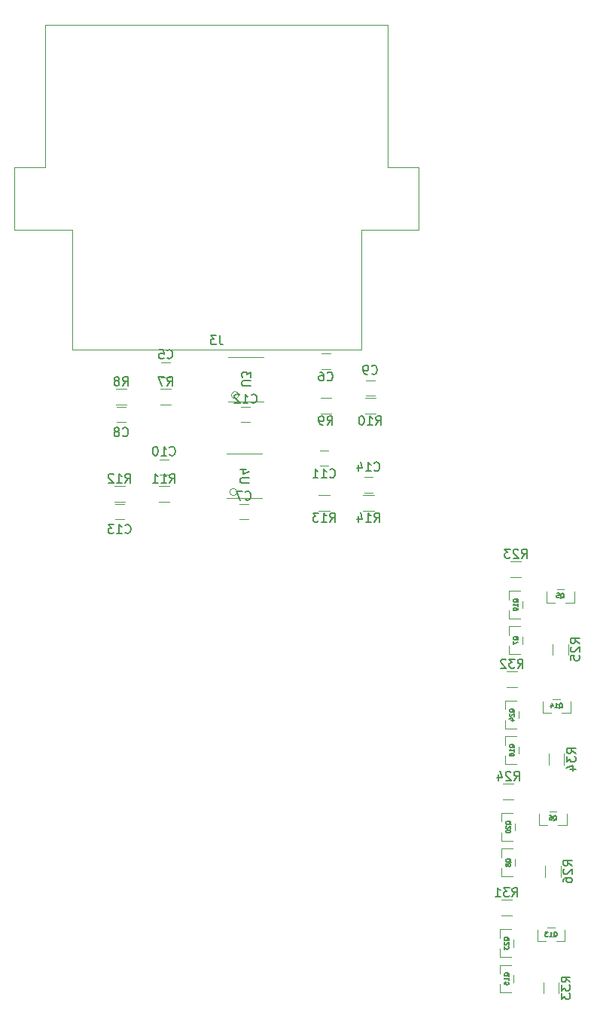
<source format=gbo>
G04 #@! TF.GenerationSoftware,KiCad,Pcbnew,(5.0.2)-1*
G04 #@! TF.CreationDate,2019-02-15T15:39:03+02:00*
G04 #@! TF.ProjectId,STM32_Shield,53544d33-325f-4536-9869-656c642e6b69,rev?*
G04 #@! TF.SameCoordinates,Original*
G04 #@! TF.FileFunction,Legend,Bot*
G04 #@! TF.FilePolarity,Positive*
%FSLAX46Y46*%
G04 Gerber Fmt 4.6, Leading zero omitted, Abs format (unit mm)*
G04 Created by KiCad (PCBNEW (5.0.2)-1) date 15-Feb-19 3:39:03 PM*
%MOMM*%
%LPD*%
G01*
G04 APERTURE LIST*
%ADD10C,0.050000*%
%ADD11C,0.120000*%
%ADD12C,0.150000*%
%ADD13C,0.127000*%
G04 APERTURE END LIST*
D10*
G04 #@! TO.C,J3*
X101750000Y-43250000D02*
X140250000Y-43250000D01*
X101750000Y-59250000D02*
X101750000Y-43250000D01*
X140250000Y-59250000D02*
X140250000Y-43250000D01*
X143750000Y-66250000D02*
X137250000Y-66250000D01*
X143750000Y-66250000D02*
X143750000Y-59250000D01*
X140250000Y-59250000D02*
X143750000Y-59250000D01*
X98250000Y-59250000D02*
X101750000Y-59250000D01*
X98250000Y-66250000D02*
X98250000Y-59250000D01*
X98250000Y-66250000D02*
X104750000Y-66250000D01*
X137250000Y-79750000D02*
X104750000Y-79750000D01*
X104750000Y-66250000D02*
X104750000Y-79750000D01*
X137250000Y-66250000D02*
X137250000Y-79750000D01*
D11*
G04 #@! TO.C,C5*
X115765140Y-82912592D02*
X114765140Y-82912592D01*
X114765140Y-81212592D02*
X115765140Y-81212592D01*
G04 #@! TO.C,C6*
X132765140Y-80212592D02*
X133765140Y-80212592D01*
X133765140Y-81912592D02*
X132765140Y-81912592D01*
G04 #@! TO.C,C7*
X124575871Y-98802085D02*
X123575871Y-98802085D01*
X123575871Y-97102085D02*
X124575871Y-97102085D01*
G04 #@! TO.C,C8*
X110765140Y-87912592D02*
X109765140Y-87912592D01*
X109765140Y-86212592D02*
X110765140Y-86212592D01*
G04 #@! TO.C,C9*
X137765140Y-83212592D02*
X138765140Y-83212592D01*
X138765140Y-84912592D02*
X137765140Y-84912592D01*
G04 #@! TO.C,C10*
X115575871Y-93802085D02*
X114575871Y-93802085D01*
X114575871Y-92102085D02*
X115575871Y-92102085D01*
G04 #@! TO.C,C11*
X132575871Y-91102085D02*
X133575871Y-91102085D01*
X133575871Y-92802085D02*
X132575871Y-92802085D01*
G04 #@! TO.C,C12*
X124765140Y-87912592D02*
X123765140Y-87912592D01*
X123765140Y-86212592D02*
X124765140Y-86212592D01*
G04 #@! TO.C,C13*
X110575871Y-98802085D02*
X109575871Y-98802085D01*
X109575871Y-97102085D02*
X110575871Y-97102085D01*
G04 #@! TO.C,C14*
X137575871Y-94102085D02*
X138575871Y-94102085D01*
X138575871Y-95802085D02*
X137575871Y-95802085D01*
D10*
G04 #@! TO.C,Q5*
X161206597Y-108169511D02*
X160246597Y-108169511D01*
X161206597Y-108169511D02*
X161206597Y-106919511D01*
X158086597Y-106919511D02*
X158086597Y-108169511D01*
X158086597Y-108169511D02*
X159046597Y-108169511D01*
X159246597Y-106669511D02*
X160046597Y-106669511D01*
G04 #@! TO.C,Q6*
X160370665Y-133140537D02*
X159410665Y-133140537D01*
X160370665Y-133140537D02*
X160370665Y-131890537D01*
X157250665Y-131890537D02*
X157250665Y-133140537D01*
X157250665Y-133140537D02*
X158210665Y-133140537D01*
X158410665Y-131640537D02*
X159210665Y-131640537D01*
G04 #@! TO.C,Q7*
X153896597Y-113979511D02*
X153896597Y-113019511D01*
X153896597Y-113979511D02*
X155146597Y-113979511D01*
X155146597Y-110859511D02*
X153896597Y-110859511D01*
X153896597Y-110859511D02*
X153896597Y-111819511D01*
X155396597Y-112019511D02*
X155396597Y-112819511D01*
G04 #@! TO.C,Q8*
X153060665Y-138950537D02*
X153060665Y-137990537D01*
X153060665Y-138950537D02*
X154310665Y-138950537D01*
X154310665Y-135830537D02*
X153060665Y-135830537D01*
X153060665Y-135830537D02*
X153060665Y-136790537D01*
X154560665Y-136990537D02*
X154560665Y-137790537D01*
G04 #@! TO.C,Q13*
X160162937Y-146202123D02*
X159202937Y-146202123D01*
X160162937Y-146202123D02*
X160162937Y-144952123D01*
X157042937Y-144952123D02*
X157042937Y-146202123D01*
X157042937Y-146202123D02*
X158002937Y-146202123D01*
X158202937Y-144702123D02*
X159002937Y-144702123D01*
G04 #@! TO.C,Q14*
X160770523Y-120525609D02*
X159810523Y-120525609D01*
X160770523Y-120525609D02*
X160770523Y-119275609D01*
X157650523Y-119275609D02*
X157650523Y-120525609D01*
X157650523Y-120525609D02*
X158610523Y-120525609D01*
X158810523Y-119025609D02*
X159610523Y-119025609D01*
G04 #@! TO.C,Q15*
X152852937Y-152012123D02*
X152852937Y-151052123D01*
X152852937Y-152012123D02*
X154102937Y-152012123D01*
X154102937Y-148892123D02*
X152852937Y-148892123D01*
X152852937Y-148892123D02*
X152852937Y-149852123D01*
X154352937Y-150052123D02*
X154352937Y-150852123D01*
G04 #@! TO.C,Q16*
X153460523Y-126335609D02*
X153460523Y-125375609D01*
X153460523Y-126335609D02*
X154710523Y-126335609D01*
X154710523Y-123215609D02*
X153460523Y-123215609D01*
X153460523Y-123215609D02*
X153460523Y-124175609D01*
X154960523Y-124375609D02*
X154960523Y-125175609D01*
D11*
G04 #@! TO.C,R7*
X115865140Y-84182592D02*
X114665140Y-84182592D01*
X114665140Y-85942592D02*
X115865140Y-85942592D01*
G04 #@! TO.C,R8*
X110865140Y-84182592D02*
X109665140Y-84182592D01*
X109665140Y-85942592D02*
X110865140Y-85942592D01*
G04 #@! TO.C,R9*
X132665140Y-86942592D02*
X133865140Y-86942592D01*
X133865140Y-85182592D02*
X132665140Y-85182592D01*
G04 #@! TO.C,R10*
X137665140Y-86942592D02*
X138865140Y-86942592D01*
X138865140Y-85182592D02*
X137665140Y-85182592D01*
G04 #@! TO.C,R11*
X115675871Y-95072085D02*
X114475871Y-95072085D01*
X114475871Y-96832085D02*
X115675871Y-96832085D01*
G04 #@! TO.C,R12*
X110675871Y-95072085D02*
X109475871Y-95072085D01*
X109475871Y-96832085D02*
X110675871Y-96832085D01*
G04 #@! TO.C,R13*
X132475871Y-97832085D02*
X133675871Y-97832085D01*
X133675871Y-96072085D02*
X132475871Y-96072085D01*
G04 #@! TO.C,R14*
X137475871Y-97832085D02*
X138675871Y-97832085D01*
X138675871Y-96072085D02*
X137475871Y-96072085D01*
G04 #@! TO.C,R23*
X155246597Y-103539511D02*
X154046597Y-103539511D01*
X154046597Y-105299511D02*
X155246597Y-105299511D01*
G04 #@! TO.C,R24*
X154410665Y-128510537D02*
X153210665Y-128510537D01*
X153210665Y-130270537D02*
X154410665Y-130270537D01*
G04 #@! TO.C,R25*
X160526597Y-114019511D02*
X160526597Y-112819511D01*
X158766597Y-112819511D02*
X158766597Y-114019511D01*
G04 #@! TO.C,R26*
X159690665Y-138990537D02*
X159690665Y-137790537D01*
X157930665Y-137790537D02*
X157930665Y-138990537D01*
G04 #@! TO.C,R31*
X154202937Y-141572123D02*
X153002937Y-141572123D01*
X153002937Y-143332123D02*
X154202937Y-143332123D01*
G04 #@! TO.C,R32*
X154810523Y-115895609D02*
X153610523Y-115895609D01*
X153610523Y-117655609D02*
X154810523Y-117655609D01*
G04 #@! TO.C,R33*
X159482937Y-152052123D02*
X159482937Y-150852123D01*
X157722937Y-150852123D02*
X157722937Y-152052123D01*
G04 #@! TO.C,R34*
X160090523Y-126375609D02*
X160090523Y-125175609D01*
X158330523Y-125175609D02*
X158330523Y-126375609D01*
D10*
G04 #@! TO.C,U3*
X122265140Y-85562592D02*
X126265140Y-85562592D01*
X122265140Y-80562592D02*
X126265140Y-80562592D01*
X123465140Y-84862592D02*
G75*
G03X123465140Y-84862592I-400000J0D01*
G01*
G04 #@! TO.C,U4*
X122075871Y-96452085D02*
X126075871Y-96452085D01*
X122075871Y-91452085D02*
X126075871Y-91452085D01*
X123275871Y-95752085D02*
G75*
G03X123275871Y-95752085I-400000J0D01*
G01*
G04 #@! TO.C,Q19*
X153896597Y-109979511D02*
X153896597Y-109019511D01*
X153896597Y-109979511D02*
X155146597Y-109979511D01*
X155146597Y-106859511D02*
X153896597Y-106859511D01*
X153896597Y-106859511D02*
X153896597Y-107819511D01*
X155396597Y-108019511D02*
X155396597Y-108819511D01*
G04 #@! TO.C,Q20*
X153060665Y-134950537D02*
X153060665Y-133990537D01*
X153060665Y-134950537D02*
X154310665Y-134950537D01*
X154310665Y-131830537D02*
X153060665Y-131830537D01*
X153060665Y-131830537D02*
X153060665Y-132790537D01*
X154560665Y-132990537D02*
X154560665Y-133790537D01*
G04 #@! TO.C,Q23*
X152852937Y-148012123D02*
X152852937Y-147052123D01*
X152852937Y-148012123D02*
X154102937Y-148012123D01*
X154102937Y-144892123D02*
X152852937Y-144892123D01*
X152852937Y-144892123D02*
X152852937Y-145852123D01*
X154352937Y-146052123D02*
X154352937Y-146852123D01*
G04 #@! TO.C,Q24*
X153460523Y-122335609D02*
X153460523Y-121375609D01*
X153460523Y-122335609D02*
X154710523Y-122335609D01*
X154710523Y-119215609D02*
X153460523Y-119215609D01*
X153460523Y-119215609D02*
X153460523Y-120175609D01*
X154960523Y-120375609D02*
X154960523Y-121175609D01*
G04 #@! TO.C,J3*
D12*
X121333333Y-78167380D02*
X121333333Y-78881666D01*
X121380952Y-79024523D01*
X121476190Y-79119761D01*
X121619047Y-79167380D01*
X121714285Y-79167380D01*
X120952380Y-78167380D02*
X120333333Y-78167380D01*
X120666666Y-78548333D01*
X120523809Y-78548333D01*
X120428571Y-78595952D01*
X120380952Y-78643571D01*
X120333333Y-78738809D01*
X120333333Y-78976904D01*
X120380952Y-79072142D01*
X120428571Y-79119761D01*
X120523809Y-79167380D01*
X120809523Y-79167380D01*
X120904761Y-79119761D01*
X120952380Y-79072142D01*
G04 #@! TO.C,C5*
X115431806Y-80669734D02*
X115479425Y-80717353D01*
X115622282Y-80764972D01*
X115717520Y-80764972D01*
X115860378Y-80717353D01*
X115955616Y-80622115D01*
X116003235Y-80526877D01*
X116050854Y-80336401D01*
X116050854Y-80193544D01*
X116003235Y-80003068D01*
X115955616Y-79907830D01*
X115860378Y-79812592D01*
X115717520Y-79764972D01*
X115622282Y-79764972D01*
X115479425Y-79812592D01*
X115431806Y-79860211D01*
X114527044Y-79764972D02*
X115003235Y-79764972D01*
X115050854Y-80241163D01*
X115003235Y-80193544D01*
X114907997Y-80145925D01*
X114669901Y-80145925D01*
X114574663Y-80193544D01*
X114527044Y-80241163D01*
X114479425Y-80336401D01*
X114479425Y-80574496D01*
X114527044Y-80669734D01*
X114574663Y-80717353D01*
X114669901Y-80764972D01*
X114907997Y-80764972D01*
X115003235Y-80717353D01*
X115050854Y-80669734D01*
G04 #@! TO.C,C6*
X133431806Y-83169734D02*
X133479425Y-83217353D01*
X133622282Y-83264972D01*
X133717520Y-83264972D01*
X133860378Y-83217353D01*
X133955616Y-83122115D01*
X134003235Y-83026877D01*
X134050854Y-82836401D01*
X134050854Y-82693544D01*
X134003235Y-82503068D01*
X133955616Y-82407830D01*
X133860378Y-82312592D01*
X133717520Y-82264972D01*
X133622282Y-82264972D01*
X133479425Y-82312592D01*
X133431806Y-82360211D01*
X132574663Y-82264972D02*
X132765140Y-82264972D01*
X132860378Y-82312592D01*
X132907997Y-82360211D01*
X133003235Y-82503068D01*
X133050854Y-82693544D01*
X133050854Y-83074496D01*
X133003235Y-83169734D01*
X132955616Y-83217353D01*
X132860378Y-83264972D01*
X132669901Y-83264972D01*
X132574663Y-83217353D01*
X132527044Y-83169734D01*
X132479425Y-83074496D01*
X132479425Y-82836401D01*
X132527044Y-82741163D01*
X132574663Y-82693544D01*
X132669901Y-82645925D01*
X132860378Y-82645925D01*
X132955616Y-82693544D01*
X133003235Y-82741163D01*
X133050854Y-82836401D01*
G04 #@! TO.C,C7*
X124242537Y-96559227D02*
X124290156Y-96606846D01*
X124433013Y-96654465D01*
X124528251Y-96654465D01*
X124671109Y-96606846D01*
X124766347Y-96511608D01*
X124813966Y-96416370D01*
X124861585Y-96225894D01*
X124861585Y-96083037D01*
X124813966Y-95892561D01*
X124766347Y-95797323D01*
X124671109Y-95702085D01*
X124528251Y-95654465D01*
X124433013Y-95654465D01*
X124290156Y-95702085D01*
X124242537Y-95749704D01*
X123909204Y-95654465D02*
X123242537Y-95654465D01*
X123671109Y-96654465D01*
G04 #@! TO.C,C8*
X110431806Y-89419734D02*
X110479425Y-89467353D01*
X110622282Y-89514972D01*
X110717520Y-89514972D01*
X110860378Y-89467353D01*
X110955616Y-89372115D01*
X111003235Y-89276877D01*
X111050854Y-89086401D01*
X111050854Y-88943544D01*
X111003235Y-88753068D01*
X110955616Y-88657830D01*
X110860378Y-88562592D01*
X110717520Y-88514972D01*
X110622282Y-88514972D01*
X110479425Y-88562592D01*
X110431806Y-88610211D01*
X109860378Y-88943544D02*
X109955616Y-88895925D01*
X110003235Y-88848306D01*
X110050854Y-88753068D01*
X110050854Y-88705449D01*
X110003235Y-88610211D01*
X109955616Y-88562592D01*
X109860378Y-88514972D01*
X109669901Y-88514972D01*
X109574663Y-88562592D01*
X109527044Y-88610211D01*
X109479425Y-88705449D01*
X109479425Y-88753068D01*
X109527044Y-88848306D01*
X109574663Y-88895925D01*
X109669901Y-88943544D01*
X109860378Y-88943544D01*
X109955616Y-88991163D01*
X110003235Y-89038782D01*
X110050854Y-89134020D01*
X110050854Y-89324496D01*
X110003235Y-89419734D01*
X109955616Y-89467353D01*
X109860378Y-89514972D01*
X109669901Y-89514972D01*
X109574663Y-89467353D01*
X109527044Y-89419734D01*
X109479425Y-89324496D01*
X109479425Y-89134020D01*
X109527044Y-89038782D01*
X109574663Y-88991163D01*
X109669901Y-88943544D01*
G04 #@! TO.C,C9*
X138431806Y-82419734D02*
X138479425Y-82467353D01*
X138622282Y-82514972D01*
X138717520Y-82514972D01*
X138860378Y-82467353D01*
X138955616Y-82372115D01*
X139003235Y-82276877D01*
X139050854Y-82086401D01*
X139050854Y-81943544D01*
X139003235Y-81753068D01*
X138955616Y-81657830D01*
X138860378Y-81562592D01*
X138717520Y-81514972D01*
X138622282Y-81514972D01*
X138479425Y-81562592D01*
X138431806Y-81610211D01*
X137955616Y-82514972D02*
X137765140Y-82514972D01*
X137669901Y-82467353D01*
X137622282Y-82419734D01*
X137527044Y-82276877D01*
X137479425Y-82086401D01*
X137479425Y-81705449D01*
X137527044Y-81610211D01*
X137574663Y-81562592D01*
X137669901Y-81514972D01*
X137860378Y-81514972D01*
X137955616Y-81562592D01*
X138003235Y-81610211D01*
X138050854Y-81705449D01*
X138050854Y-81943544D01*
X138003235Y-82038782D01*
X137955616Y-82086401D01*
X137860378Y-82134020D01*
X137669901Y-82134020D01*
X137574663Y-82086401D01*
X137527044Y-82038782D01*
X137479425Y-81943544D01*
G04 #@! TO.C,C10*
X115718728Y-91559227D02*
X115766347Y-91606846D01*
X115909204Y-91654465D01*
X116004442Y-91654465D01*
X116147299Y-91606846D01*
X116242537Y-91511608D01*
X116290156Y-91416370D01*
X116337775Y-91225894D01*
X116337775Y-91083037D01*
X116290156Y-90892561D01*
X116242537Y-90797323D01*
X116147299Y-90702085D01*
X116004442Y-90654465D01*
X115909204Y-90654465D01*
X115766347Y-90702085D01*
X115718728Y-90749704D01*
X114766347Y-91654465D02*
X115337775Y-91654465D01*
X115052061Y-91654465D02*
X115052061Y-90654465D01*
X115147299Y-90797323D01*
X115242537Y-90892561D01*
X115337775Y-90940180D01*
X114147299Y-90654465D02*
X114052061Y-90654465D01*
X113956823Y-90702085D01*
X113909204Y-90749704D01*
X113861585Y-90844942D01*
X113813966Y-91035418D01*
X113813966Y-91273513D01*
X113861585Y-91463989D01*
X113909204Y-91559227D01*
X113956823Y-91606846D01*
X114052061Y-91654465D01*
X114147299Y-91654465D01*
X114242537Y-91606846D01*
X114290156Y-91559227D01*
X114337775Y-91463989D01*
X114385394Y-91273513D01*
X114385394Y-91035418D01*
X114337775Y-90844942D01*
X114290156Y-90749704D01*
X114242537Y-90702085D01*
X114147299Y-90654465D01*
G04 #@! TO.C,C11*
X133718728Y-94059227D02*
X133766347Y-94106846D01*
X133909204Y-94154465D01*
X134004442Y-94154465D01*
X134147299Y-94106846D01*
X134242537Y-94011608D01*
X134290156Y-93916370D01*
X134337775Y-93725894D01*
X134337775Y-93583037D01*
X134290156Y-93392561D01*
X134242537Y-93297323D01*
X134147299Y-93202085D01*
X134004442Y-93154465D01*
X133909204Y-93154465D01*
X133766347Y-93202085D01*
X133718728Y-93249704D01*
X132766347Y-94154465D02*
X133337775Y-94154465D01*
X133052061Y-94154465D02*
X133052061Y-93154465D01*
X133147299Y-93297323D01*
X133242537Y-93392561D01*
X133337775Y-93440180D01*
X131813966Y-94154465D02*
X132385394Y-94154465D01*
X132099680Y-94154465D02*
X132099680Y-93154465D01*
X132194918Y-93297323D01*
X132290156Y-93392561D01*
X132385394Y-93440180D01*
G04 #@! TO.C,C12*
X124907997Y-85669734D02*
X124955616Y-85717353D01*
X125098473Y-85764972D01*
X125193711Y-85764972D01*
X125336568Y-85717353D01*
X125431806Y-85622115D01*
X125479425Y-85526877D01*
X125527044Y-85336401D01*
X125527044Y-85193544D01*
X125479425Y-85003068D01*
X125431806Y-84907830D01*
X125336568Y-84812592D01*
X125193711Y-84764972D01*
X125098473Y-84764972D01*
X124955616Y-84812592D01*
X124907997Y-84860211D01*
X123955616Y-85764972D02*
X124527044Y-85764972D01*
X124241330Y-85764972D02*
X124241330Y-84764972D01*
X124336568Y-84907830D01*
X124431806Y-85003068D01*
X124527044Y-85050687D01*
X123574663Y-84860211D02*
X123527044Y-84812592D01*
X123431806Y-84764972D01*
X123193711Y-84764972D01*
X123098473Y-84812592D01*
X123050854Y-84860211D01*
X123003235Y-84955449D01*
X123003235Y-85050687D01*
X123050854Y-85193544D01*
X123622282Y-85764972D01*
X123003235Y-85764972D01*
G04 #@! TO.C,C13*
X110718728Y-100309227D02*
X110766347Y-100356846D01*
X110909204Y-100404465D01*
X111004442Y-100404465D01*
X111147299Y-100356846D01*
X111242537Y-100261608D01*
X111290156Y-100166370D01*
X111337775Y-99975894D01*
X111337775Y-99833037D01*
X111290156Y-99642561D01*
X111242537Y-99547323D01*
X111147299Y-99452085D01*
X111004442Y-99404465D01*
X110909204Y-99404465D01*
X110766347Y-99452085D01*
X110718728Y-99499704D01*
X109766347Y-100404465D02*
X110337775Y-100404465D01*
X110052061Y-100404465D02*
X110052061Y-99404465D01*
X110147299Y-99547323D01*
X110242537Y-99642561D01*
X110337775Y-99690180D01*
X109433013Y-99404465D02*
X108813966Y-99404465D01*
X109147299Y-99785418D01*
X109004442Y-99785418D01*
X108909204Y-99833037D01*
X108861585Y-99880656D01*
X108813966Y-99975894D01*
X108813966Y-100213989D01*
X108861585Y-100309227D01*
X108909204Y-100356846D01*
X109004442Y-100404465D01*
X109290156Y-100404465D01*
X109385394Y-100356846D01*
X109433013Y-100309227D01*
G04 #@! TO.C,C14*
X138718728Y-93309227D02*
X138766347Y-93356846D01*
X138909204Y-93404465D01*
X139004442Y-93404465D01*
X139147299Y-93356846D01*
X139242537Y-93261608D01*
X139290156Y-93166370D01*
X139337775Y-92975894D01*
X139337775Y-92833037D01*
X139290156Y-92642561D01*
X139242537Y-92547323D01*
X139147299Y-92452085D01*
X139004442Y-92404465D01*
X138909204Y-92404465D01*
X138766347Y-92452085D01*
X138718728Y-92499704D01*
X137766347Y-93404465D02*
X138337775Y-93404465D01*
X138052061Y-93404465D02*
X138052061Y-92404465D01*
X138147299Y-92547323D01*
X138242537Y-92642561D01*
X138337775Y-92690180D01*
X136909204Y-92737799D02*
X136909204Y-93404465D01*
X137147299Y-92356846D02*
X137385394Y-93071132D01*
X136766347Y-93071132D01*
G04 #@! TO.C,Q5*
D13*
X159694977Y-107697701D02*
X159743358Y-107673511D01*
X159791739Y-107625130D01*
X159864311Y-107552558D01*
X159912692Y-107528368D01*
X159961073Y-107528368D01*
X159936882Y-107649320D02*
X159985263Y-107625130D01*
X160033644Y-107576749D01*
X160057835Y-107479987D01*
X160057835Y-107310653D01*
X160033644Y-107213891D01*
X159985263Y-107165511D01*
X159936882Y-107141320D01*
X159840120Y-107141320D01*
X159791739Y-107165511D01*
X159743358Y-107213891D01*
X159719168Y-107310653D01*
X159719168Y-107479987D01*
X159743358Y-107576749D01*
X159791739Y-107625130D01*
X159840120Y-107649320D01*
X159936882Y-107649320D01*
X159259549Y-107141320D02*
X159501454Y-107141320D01*
X159525644Y-107383225D01*
X159501454Y-107359034D01*
X159453073Y-107334844D01*
X159332120Y-107334844D01*
X159283739Y-107359034D01*
X159259549Y-107383225D01*
X159235358Y-107431606D01*
X159235358Y-107552558D01*
X159259549Y-107600939D01*
X159283739Y-107625130D01*
X159332120Y-107649320D01*
X159453073Y-107649320D01*
X159501454Y-107625130D01*
X159525644Y-107600939D01*
G04 #@! TO.C,Q6*
X158859045Y-132668727D02*
X158907426Y-132644537D01*
X158955807Y-132596156D01*
X159028379Y-132523584D01*
X159076760Y-132499394D01*
X159125141Y-132499394D01*
X159100950Y-132620346D02*
X159149331Y-132596156D01*
X159197712Y-132547775D01*
X159221903Y-132451013D01*
X159221903Y-132281679D01*
X159197712Y-132184917D01*
X159149331Y-132136537D01*
X159100950Y-132112346D01*
X159004188Y-132112346D01*
X158955807Y-132136537D01*
X158907426Y-132184917D01*
X158883236Y-132281679D01*
X158883236Y-132451013D01*
X158907426Y-132547775D01*
X158955807Y-132596156D01*
X159004188Y-132620346D01*
X159100950Y-132620346D01*
X158447807Y-132112346D02*
X158544569Y-132112346D01*
X158592950Y-132136537D01*
X158617141Y-132160727D01*
X158665522Y-132233298D01*
X158689712Y-132330060D01*
X158689712Y-132523584D01*
X158665522Y-132571965D01*
X158641331Y-132596156D01*
X158592950Y-132620346D01*
X158496188Y-132620346D01*
X158447807Y-132596156D01*
X158423617Y-132571965D01*
X158399426Y-132523584D01*
X158399426Y-132402632D01*
X158423617Y-132354251D01*
X158447807Y-132330060D01*
X158496188Y-132305870D01*
X158592950Y-132305870D01*
X158641331Y-132330060D01*
X158665522Y-132354251D01*
X158689712Y-132402632D01*
G04 #@! TO.C,Q7*
X154924787Y-112371130D02*
X154900597Y-112322749D01*
X154852216Y-112274368D01*
X154779644Y-112201796D01*
X154755454Y-112153415D01*
X154755454Y-112105034D01*
X154876406Y-112129225D02*
X154852216Y-112080844D01*
X154803835Y-112032463D01*
X154707073Y-112008272D01*
X154537739Y-112008272D01*
X154440977Y-112032463D01*
X154392597Y-112080844D01*
X154368406Y-112129225D01*
X154368406Y-112225987D01*
X154392597Y-112274368D01*
X154440977Y-112322749D01*
X154537739Y-112346939D01*
X154707073Y-112346939D01*
X154803835Y-112322749D01*
X154852216Y-112274368D01*
X154876406Y-112225987D01*
X154876406Y-112129225D01*
X154368406Y-112516272D02*
X154368406Y-112854939D01*
X154876406Y-112637225D01*
G04 #@! TO.C,Q8*
X154088855Y-137342156D02*
X154064665Y-137293775D01*
X154016284Y-137245394D01*
X153943712Y-137172822D01*
X153919522Y-137124441D01*
X153919522Y-137076060D01*
X154040474Y-137100251D02*
X154016284Y-137051870D01*
X153967903Y-137003489D01*
X153871141Y-136979298D01*
X153701807Y-136979298D01*
X153605045Y-137003489D01*
X153556665Y-137051870D01*
X153532474Y-137100251D01*
X153532474Y-137197013D01*
X153556665Y-137245394D01*
X153605045Y-137293775D01*
X153701807Y-137317965D01*
X153871141Y-137317965D01*
X153967903Y-137293775D01*
X154016284Y-137245394D01*
X154040474Y-137197013D01*
X154040474Y-137100251D01*
X153750188Y-137608251D02*
X153725998Y-137559870D01*
X153701807Y-137535679D01*
X153653426Y-137511489D01*
X153629236Y-137511489D01*
X153580855Y-137535679D01*
X153556665Y-137559870D01*
X153532474Y-137608251D01*
X153532474Y-137705013D01*
X153556665Y-137753394D01*
X153580855Y-137777584D01*
X153629236Y-137801775D01*
X153653426Y-137801775D01*
X153701807Y-137777584D01*
X153725998Y-137753394D01*
X153750188Y-137705013D01*
X153750188Y-137608251D01*
X153774379Y-137559870D01*
X153798569Y-137535679D01*
X153846950Y-137511489D01*
X153943712Y-137511489D01*
X153992093Y-137535679D01*
X154016284Y-137559870D01*
X154040474Y-137608251D01*
X154040474Y-137705013D01*
X154016284Y-137753394D01*
X153992093Y-137777584D01*
X153943712Y-137801775D01*
X153846950Y-137801775D01*
X153798569Y-137777584D01*
X153774379Y-137753394D01*
X153750188Y-137705013D01*
G04 #@! TO.C,Q13*
X158893222Y-145730313D02*
X158941603Y-145706123D01*
X158989984Y-145657742D01*
X159062556Y-145585170D01*
X159110937Y-145560980D01*
X159159317Y-145560980D01*
X159135127Y-145681932D02*
X159183508Y-145657742D01*
X159231889Y-145609361D01*
X159256079Y-145512599D01*
X159256079Y-145343265D01*
X159231889Y-145246503D01*
X159183508Y-145198123D01*
X159135127Y-145173932D01*
X159038365Y-145173932D01*
X158989984Y-145198123D01*
X158941603Y-145246503D01*
X158917413Y-145343265D01*
X158917413Y-145512599D01*
X158941603Y-145609361D01*
X158989984Y-145657742D01*
X159038365Y-145681932D01*
X159135127Y-145681932D01*
X158433603Y-145681932D02*
X158723889Y-145681932D01*
X158578746Y-145681932D02*
X158578746Y-145173932D01*
X158627127Y-145246503D01*
X158675508Y-145294884D01*
X158723889Y-145319075D01*
X158264270Y-145173932D02*
X157949794Y-145173932D01*
X158119127Y-145367456D01*
X158046556Y-145367456D01*
X157998175Y-145391646D01*
X157973984Y-145415837D01*
X157949794Y-145464218D01*
X157949794Y-145585170D01*
X157973984Y-145633551D01*
X157998175Y-145657742D01*
X158046556Y-145681932D01*
X158191698Y-145681932D01*
X158240079Y-145657742D01*
X158264270Y-145633551D01*
G04 #@! TO.C,Q14*
X159500808Y-120053799D02*
X159549189Y-120029609D01*
X159597570Y-119981228D01*
X159670142Y-119908656D01*
X159718523Y-119884466D01*
X159766903Y-119884466D01*
X159742713Y-120005418D02*
X159791094Y-119981228D01*
X159839475Y-119932847D01*
X159863665Y-119836085D01*
X159863665Y-119666751D01*
X159839475Y-119569989D01*
X159791094Y-119521609D01*
X159742713Y-119497418D01*
X159645951Y-119497418D01*
X159597570Y-119521609D01*
X159549189Y-119569989D01*
X159524999Y-119666751D01*
X159524999Y-119836085D01*
X159549189Y-119932847D01*
X159597570Y-119981228D01*
X159645951Y-120005418D01*
X159742713Y-120005418D01*
X159041189Y-120005418D02*
X159331475Y-120005418D01*
X159186332Y-120005418D02*
X159186332Y-119497418D01*
X159234713Y-119569989D01*
X159283094Y-119618370D01*
X159331475Y-119642561D01*
X158605761Y-119666751D02*
X158605761Y-120005418D01*
X158726713Y-119473228D02*
X158847665Y-119836085D01*
X158533189Y-119836085D01*
G04 #@! TO.C,Q15*
X153881127Y-150161837D02*
X153856937Y-150113456D01*
X153808556Y-150065075D01*
X153735984Y-149992503D01*
X153711794Y-149944123D01*
X153711794Y-149895742D01*
X153832746Y-149919932D02*
X153808556Y-149871551D01*
X153760175Y-149823170D01*
X153663413Y-149798980D01*
X153494079Y-149798980D01*
X153397317Y-149823170D01*
X153348937Y-149871551D01*
X153324746Y-149919932D01*
X153324746Y-150016694D01*
X153348937Y-150065075D01*
X153397317Y-150113456D01*
X153494079Y-150137646D01*
X153663413Y-150137646D01*
X153760175Y-150113456D01*
X153808556Y-150065075D01*
X153832746Y-150016694D01*
X153832746Y-149919932D01*
X153832746Y-150621456D02*
X153832746Y-150331170D01*
X153832746Y-150476313D02*
X153324746Y-150476313D01*
X153397317Y-150427932D01*
X153445698Y-150379551D01*
X153469889Y-150331170D01*
X153324746Y-151081075D02*
X153324746Y-150839170D01*
X153566651Y-150814980D01*
X153542460Y-150839170D01*
X153518270Y-150887551D01*
X153518270Y-151008503D01*
X153542460Y-151056884D01*
X153566651Y-151081075D01*
X153615032Y-151105265D01*
X153735984Y-151105265D01*
X153784365Y-151081075D01*
X153808556Y-151056884D01*
X153832746Y-151008503D01*
X153832746Y-150887551D01*
X153808556Y-150839170D01*
X153784365Y-150814980D01*
G04 #@! TO.C,Q16*
X154488713Y-124485323D02*
X154464523Y-124436942D01*
X154416142Y-124388561D01*
X154343570Y-124315989D01*
X154319380Y-124267609D01*
X154319380Y-124219228D01*
X154440332Y-124243418D02*
X154416142Y-124195037D01*
X154367761Y-124146656D01*
X154270999Y-124122466D01*
X154101665Y-124122466D01*
X154004903Y-124146656D01*
X153956523Y-124195037D01*
X153932332Y-124243418D01*
X153932332Y-124340180D01*
X153956523Y-124388561D01*
X154004903Y-124436942D01*
X154101665Y-124461132D01*
X154270999Y-124461132D01*
X154367761Y-124436942D01*
X154416142Y-124388561D01*
X154440332Y-124340180D01*
X154440332Y-124243418D01*
X154440332Y-124944942D02*
X154440332Y-124654656D01*
X154440332Y-124799799D02*
X153932332Y-124799799D01*
X154004903Y-124751418D01*
X154053284Y-124703037D01*
X154077475Y-124654656D01*
X153932332Y-125380370D02*
X153932332Y-125283609D01*
X153956523Y-125235228D01*
X153980713Y-125211037D01*
X154053284Y-125162656D01*
X154150046Y-125138466D01*
X154343570Y-125138466D01*
X154391951Y-125162656D01*
X154416142Y-125186847D01*
X154440332Y-125235228D01*
X154440332Y-125331989D01*
X154416142Y-125380370D01*
X154391951Y-125404561D01*
X154343570Y-125428751D01*
X154222618Y-125428751D01*
X154174237Y-125404561D01*
X154150046Y-125380370D01*
X154125856Y-125331989D01*
X154125856Y-125235228D01*
X154150046Y-125186847D01*
X154174237Y-125162656D01*
X154222618Y-125138466D01*
G04 #@! TO.C,R7*
D12*
X115431806Y-83814972D02*
X115765140Y-83338782D01*
X116003235Y-83814972D02*
X116003235Y-82814972D01*
X115622282Y-82814972D01*
X115527044Y-82862592D01*
X115479425Y-82910211D01*
X115431806Y-83005449D01*
X115431806Y-83148306D01*
X115479425Y-83243544D01*
X115527044Y-83291163D01*
X115622282Y-83338782D01*
X116003235Y-83338782D01*
X115098473Y-82814972D02*
X114431806Y-82814972D01*
X114860378Y-83814972D01*
G04 #@! TO.C,R8*
X110431806Y-83814972D02*
X110765140Y-83338782D01*
X111003235Y-83814972D02*
X111003235Y-82814972D01*
X110622282Y-82814972D01*
X110527044Y-82862592D01*
X110479425Y-82910211D01*
X110431806Y-83005449D01*
X110431806Y-83148306D01*
X110479425Y-83243544D01*
X110527044Y-83291163D01*
X110622282Y-83338782D01*
X111003235Y-83338782D01*
X109860378Y-83243544D02*
X109955616Y-83195925D01*
X110003235Y-83148306D01*
X110050854Y-83053068D01*
X110050854Y-83005449D01*
X110003235Y-82910211D01*
X109955616Y-82862592D01*
X109860378Y-82814972D01*
X109669901Y-82814972D01*
X109574663Y-82862592D01*
X109527044Y-82910211D01*
X109479425Y-83005449D01*
X109479425Y-83053068D01*
X109527044Y-83148306D01*
X109574663Y-83195925D01*
X109669901Y-83243544D01*
X109860378Y-83243544D01*
X109955616Y-83291163D01*
X110003235Y-83338782D01*
X110050854Y-83434020D01*
X110050854Y-83624496D01*
X110003235Y-83719734D01*
X109955616Y-83767353D01*
X109860378Y-83814972D01*
X109669901Y-83814972D01*
X109574663Y-83767353D01*
X109527044Y-83719734D01*
X109479425Y-83624496D01*
X109479425Y-83434020D01*
X109527044Y-83338782D01*
X109574663Y-83291163D01*
X109669901Y-83243544D01*
G04 #@! TO.C,R9*
X133431806Y-88214972D02*
X133765140Y-87738782D01*
X134003235Y-88214972D02*
X134003235Y-87214972D01*
X133622282Y-87214972D01*
X133527044Y-87262592D01*
X133479425Y-87310211D01*
X133431806Y-87405449D01*
X133431806Y-87548306D01*
X133479425Y-87643544D01*
X133527044Y-87691163D01*
X133622282Y-87738782D01*
X134003235Y-87738782D01*
X132955616Y-88214972D02*
X132765140Y-88214972D01*
X132669901Y-88167353D01*
X132622282Y-88119734D01*
X132527044Y-87976877D01*
X132479425Y-87786401D01*
X132479425Y-87405449D01*
X132527044Y-87310211D01*
X132574663Y-87262592D01*
X132669901Y-87214972D01*
X132860378Y-87214972D01*
X132955616Y-87262592D01*
X133003235Y-87310211D01*
X133050854Y-87405449D01*
X133050854Y-87643544D01*
X133003235Y-87738782D01*
X132955616Y-87786401D01*
X132860378Y-87834020D01*
X132669901Y-87834020D01*
X132574663Y-87786401D01*
X132527044Y-87738782D01*
X132479425Y-87643544D01*
G04 #@! TO.C,R10*
X138907997Y-88214972D02*
X139241330Y-87738782D01*
X139479425Y-88214972D02*
X139479425Y-87214972D01*
X139098473Y-87214972D01*
X139003235Y-87262592D01*
X138955616Y-87310211D01*
X138907997Y-87405449D01*
X138907997Y-87548306D01*
X138955616Y-87643544D01*
X139003235Y-87691163D01*
X139098473Y-87738782D01*
X139479425Y-87738782D01*
X137955616Y-88214972D02*
X138527044Y-88214972D01*
X138241330Y-88214972D02*
X138241330Y-87214972D01*
X138336568Y-87357830D01*
X138431806Y-87453068D01*
X138527044Y-87500687D01*
X137336568Y-87214972D02*
X137241330Y-87214972D01*
X137146092Y-87262592D01*
X137098473Y-87310211D01*
X137050854Y-87405449D01*
X137003235Y-87595925D01*
X137003235Y-87834020D01*
X137050854Y-88024496D01*
X137098473Y-88119734D01*
X137146092Y-88167353D01*
X137241330Y-88214972D01*
X137336568Y-88214972D01*
X137431806Y-88167353D01*
X137479425Y-88119734D01*
X137527044Y-88024496D01*
X137574663Y-87834020D01*
X137574663Y-87595925D01*
X137527044Y-87405449D01*
X137479425Y-87310211D01*
X137431806Y-87262592D01*
X137336568Y-87214972D01*
G04 #@! TO.C,R11*
X115718728Y-94704465D02*
X116052061Y-94228275D01*
X116290156Y-94704465D02*
X116290156Y-93704465D01*
X115909204Y-93704465D01*
X115813966Y-93752085D01*
X115766347Y-93799704D01*
X115718728Y-93894942D01*
X115718728Y-94037799D01*
X115766347Y-94133037D01*
X115813966Y-94180656D01*
X115909204Y-94228275D01*
X116290156Y-94228275D01*
X114766347Y-94704465D02*
X115337775Y-94704465D01*
X115052061Y-94704465D02*
X115052061Y-93704465D01*
X115147299Y-93847323D01*
X115242537Y-93942561D01*
X115337775Y-93990180D01*
X113813966Y-94704465D02*
X114385394Y-94704465D01*
X114099680Y-94704465D02*
X114099680Y-93704465D01*
X114194918Y-93847323D01*
X114290156Y-93942561D01*
X114385394Y-93990180D01*
G04 #@! TO.C,R12*
X110718728Y-94704465D02*
X111052061Y-94228275D01*
X111290156Y-94704465D02*
X111290156Y-93704465D01*
X110909204Y-93704465D01*
X110813966Y-93752085D01*
X110766347Y-93799704D01*
X110718728Y-93894942D01*
X110718728Y-94037799D01*
X110766347Y-94133037D01*
X110813966Y-94180656D01*
X110909204Y-94228275D01*
X111290156Y-94228275D01*
X109766347Y-94704465D02*
X110337775Y-94704465D01*
X110052061Y-94704465D02*
X110052061Y-93704465D01*
X110147299Y-93847323D01*
X110242537Y-93942561D01*
X110337775Y-93990180D01*
X109385394Y-93799704D02*
X109337775Y-93752085D01*
X109242537Y-93704465D01*
X109004442Y-93704465D01*
X108909204Y-93752085D01*
X108861585Y-93799704D01*
X108813966Y-93894942D01*
X108813966Y-93990180D01*
X108861585Y-94133037D01*
X109433013Y-94704465D01*
X108813966Y-94704465D01*
G04 #@! TO.C,R13*
X133718728Y-99104465D02*
X134052061Y-98628275D01*
X134290156Y-99104465D02*
X134290156Y-98104465D01*
X133909204Y-98104465D01*
X133813966Y-98152085D01*
X133766347Y-98199704D01*
X133718728Y-98294942D01*
X133718728Y-98437799D01*
X133766347Y-98533037D01*
X133813966Y-98580656D01*
X133909204Y-98628275D01*
X134290156Y-98628275D01*
X132766347Y-99104465D02*
X133337775Y-99104465D01*
X133052061Y-99104465D02*
X133052061Y-98104465D01*
X133147299Y-98247323D01*
X133242537Y-98342561D01*
X133337775Y-98390180D01*
X132433013Y-98104465D02*
X131813966Y-98104465D01*
X132147299Y-98485418D01*
X132004442Y-98485418D01*
X131909204Y-98533037D01*
X131861585Y-98580656D01*
X131813966Y-98675894D01*
X131813966Y-98913989D01*
X131861585Y-99009227D01*
X131909204Y-99056846D01*
X132004442Y-99104465D01*
X132290156Y-99104465D01*
X132385394Y-99056846D01*
X132433013Y-99009227D01*
G04 #@! TO.C,R14*
X138718728Y-99104465D02*
X139052061Y-98628275D01*
X139290156Y-99104465D02*
X139290156Y-98104465D01*
X138909204Y-98104465D01*
X138813966Y-98152085D01*
X138766347Y-98199704D01*
X138718728Y-98294942D01*
X138718728Y-98437799D01*
X138766347Y-98533037D01*
X138813966Y-98580656D01*
X138909204Y-98628275D01*
X139290156Y-98628275D01*
X137766347Y-99104465D02*
X138337775Y-99104465D01*
X138052061Y-99104465D02*
X138052061Y-98104465D01*
X138147299Y-98247323D01*
X138242537Y-98342561D01*
X138337775Y-98390180D01*
X136909204Y-98437799D02*
X136909204Y-99104465D01*
X137147299Y-98056846D02*
X137385394Y-98771132D01*
X136766347Y-98771132D01*
G04 #@! TO.C,R23*
X155289454Y-103171891D02*
X155622787Y-102695701D01*
X155860882Y-103171891D02*
X155860882Y-102171891D01*
X155479930Y-102171891D01*
X155384692Y-102219511D01*
X155337073Y-102267130D01*
X155289454Y-102362368D01*
X155289454Y-102505225D01*
X155337073Y-102600463D01*
X155384692Y-102648082D01*
X155479930Y-102695701D01*
X155860882Y-102695701D01*
X154908501Y-102267130D02*
X154860882Y-102219511D01*
X154765644Y-102171891D01*
X154527549Y-102171891D01*
X154432311Y-102219511D01*
X154384692Y-102267130D01*
X154337073Y-102362368D01*
X154337073Y-102457606D01*
X154384692Y-102600463D01*
X154956120Y-103171891D01*
X154337073Y-103171891D01*
X154003739Y-102171891D02*
X153384692Y-102171891D01*
X153718025Y-102552844D01*
X153575168Y-102552844D01*
X153479930Y-102600463D01*
X153432311Y-102648082D01*
X153384692Y-102743320D01*
X153384692Y-102981415D01*
X153432311Y-103076653D01*
X153479930Y-103124272D01*
X153575168Y-103171891D01*
X153860882Y-103171891D01*
X153956120Y-103124272D01*
X154003739Y-103076653D01*
G04 #@! TO.C,R24*
X154453522Y-128142917D02*
X154786855Y-127666727D01*
X155024950Y-128142917D02*
X155024950Y-127142917D01*
X154643998Y-127142917D01*
X154548760Y-127190537D01*
X154501141Y-127238156D01*
X154453522Y-127333394D01*
X154453522Y-127476251D01*
X154501141Y-127571489D01*
X154548760Y-127619108D01*
X154643998Y-127666727D01*
X155024950Y-127666727D01*
X154072569Y-127238156D02*
X154024950Y-127190537D01*
X153929712Y-127142917D01*
X153691617Y-127142917D01*
X153596379Y-127190537D01*
X153548760Y-127238156D01*
X153501141Y-127333394D01*
X153501141Y-127428632D01*
X153548760Y-127571489D01*
X154120188Y-128142917D01*
X153501141Y-128142917D01*
X152643998Y-127476251D02*
X152643998Y-128142917D01*
X152882093Y-127095298D02*
X153120188Y-127809584D01*
X152501141Y-127809584D01*
G04 #@! TO.C,R25*
X161798977Y-112776653D02*
X161322787Y-112443320D01*
X161798977Y-112205225D02*
X160798977Y-112205225D01*
X160798977Y-112586177D01*
X160846597Y-112681415D01*
X160894216Y-112729034D01*
X160989454Y-112776653D01*
X161132311Y-112776653D01*
X161227549Y-112729034D01*
X161275168Y-112681415D01*
X161322787Y-112586177D01*
X161322787Y-112205225D01*
X160894216Y-113157606D02*
X160846597Y-113205225D01*
X160798977Y-113300463D01*
X160798977Y-113538558D01*
X160846597Y-113633796D01*
X160894216Y-113681415D01*
X160989454Y-113729034D01*
X161084692Y-113729034D01*
X161227549Y-113681415D01*
X161798977Y-113109987D01*
X161798977Y-113729034D01*
X160798977Y-114633796D02*
X160798977Y-114157606D01*
X161275168Y-114109987D01*
X161227549Y-114157606D01*
X161179930Y-114252844D01*
X161179930Y-114490939D01*
X161227549Y-114586177D01*
X161275168Y-114633796D01*
X161370406Y-114681415D01*
X161608501Y-114681415D01*
X161703739Y-114633796D01*
X161751358Y-114586177D01*
X161798977Y-114490939D01*
X161798977Y-114252844D01*
X161751358Y-114157606D01*
X161703739Y-114109987D01*
G04 #@! TO.C,R26*
X160963045Y-137747679D02*
X160486855Y-137414346D01*
X160963045Y-137176251D02*
X159963045Y-137176251D01*
X159963045Y-137557203D01*
X160010665Y-137652441D01*
X160058284Y-137700060D01*
X160153522Y-137747679D01*
X160296379Y-137747679D01*
X160391617Y-137700060D01*
X160439236Y-137652441D01*
X160486855Y-137557203D01*
X160486855Y-137176251D01*
X160058284Y-138128632D02*
X160010665Y-138176251D01*
X159963045Y-138271489D01*
X159963045Y-138509584D01*
X160010665Y-138604822D01*
X160058284Y-138652441D01*
X160153522Y-138700060D01*
X160248760Y-138700060D01*
X160391617Y-138652441D01*
X160963045Y-138081013D01*
X160963045Y-138700060D01*
X159963045Y-139557203D02*
X159963045Y-139366727D01*
X160010665Y-139271489D01*
X160058284Y-139223870D01*
X160201141Y-139128632D01*
X160391617Y-139081013D01*
X160772569Y-139081013D01*
X160867807Y-139128632D01*
X160915426Y-139176251D01*
X160963045Y-139271489D01*
X160963045Y-139461965D01*
X160915426Y-139557203D01*
X160867807Y-139604822D01*
X160772569Y-139652441D01*
X160534474Y-139652441D01*
X160439236Y-139604822D01*
X160391617Y-139557203D01*
X160343998Y-139461965D01*
X160343998Y-139271489D01*
X160391617Y-139176251D01*
X160439236Y-139128632D01*
X160534474Y-139081013D01*
G04 #@! TO.C,R31*
X154245794Y-141204503D02*
X154579127Y-140728313D01*
X154817222Y-141204503D02*
X154817222Y-140204503D01*
X154436270Y-140204503D01*
X154341032Y-140252123D01*
X154293413Y-140299742D01*
X154245794Y-140394980D01*
X154245794Y-140537837D01*
X154293413Y-140633075D01*
X154341032Y-140680694D01*
X154436270Y-140728313D01*
X154817222Y-140728313D01*
X153912460Y-140204503D02*
X153293413Y-140204503D01*
X153626746Y-140585456D01*
X153483889Y-140585456D01*
X153388651Y-140633075D01*
X153341032Y-140680694D01*
X153293413Y-140775932D01*
X153293413Y-141014027D01*
X153341032Y-141109265D01*
X153388651Y-141156884D01*
X153483889Y-141204503D01*
X153769603Y-141204503D01*
X153864841Y-141156884D01*
X153912460Y-141109265D01*
X152341032Y-141204503D02*
X152912460Y-141204503D01*
X152626746Y-141204503D02*
X152626746Y-140204503D01*
X152721984Y-140347361D01*
X152817222Y-140442599D01*
X152912460Y-140490218D01*
G04 #@! TO.C,R32*
X154853380Y-115527989D02*
X155186713Y-115051799D01*
X155424808Y-115527989D02*
X155424808Y-114527989D01*
X155043856Y-114527989D01*
X154948618Y-114575609D01*
X154900999Y-114623228D01*
X154853380Y-114718466D01*
X154853380Y-114861323D01*
X154900999Y-114956561D01*
X154948618Y-115004180D01*
X155043856Y-115051799D01*
X155424808Y-115051799D01*
X154520046Y-114527989D02*
X153900999Y-114527989D01*
X154234332Y-114908942D01*
X154091475Y-114908942D01*
X153996237Y-114956561D01*
X153948618Y-115004180D01*
X153900999Y-115099418D01*
X153900999Y-115337513D01*
X153948618Y-115432751D01*
X153996237Y-115480370D01*
X154091475Y-115527989D01*
X154377189Y-115527989D01*
X154472427Y-115480370D01*
X154520046Y-115432751D01*
X153520046Y-114623228D02*
X153472427Y-114575609D01*
X153377189Y-114527989D01*
X153139094Y-114527989D01*
X153043856Y-114575609D01*
X152996237Y-114623228D01*
X152948618Y-114718466D01*
X152948618Y-114813704D01*
X152996237Y-114956561D01*
X153567665Y-115527989D01*
X152948618Y-115527989D01*
G04 #@! TO.C,R33*
X160755317Y-150809265D02*
X160279127Y-150475932D01*
X160755317Y-150237837D02*
X159755317Y-150237837D01*
X159755317Y-150618789D01*
X159802937Y-150714027D01*
X159850556Y-150761646D01*
X159945794Y-150809265D01*
X160088651Y-150809265D01*
X160183889Y-150761646D01*
X160231508Y-150714027D01*
X160279127Y-150618789D01*
X160279127Y-150237837D01*
X159755317Y-151142599D02*
X159755317Y-151761646D01*
X160136270Y-151428313D01*
X160136270Y-151571170D01*
X160183889Y-151666408D01*
X160231508Y-151714027D01*
X160326746Y-151761646D01*
X160564841Y-151761646D01*
X160660079Y-151714027D01*
X160707698Y-151666408D01*
X160755317Y-151571170D01*
X160755317Y-151285456D01*
X160707698Y-151190218D01*
X160660079Y-151142599D01*
X159755317Y-152094980D02*
X159755317Y-152714027D01*
X160136270Y-152380694D01*
X160136270Y-152523551D01*
X160183889Y-152618789D01*
X160231508Y-152666408D01*
X160326746Y-152714027D01*
X160564841Y-152714027D01*
X160660079Y-152666408D01*
X160707698Y-152618789D01*
X160755317Y-152523551D01*
X160755317Y-152237837D01*
X160707698Y-152142599D01*
X160660079Y-152094980D01*
G04 #@! TO.C,R34*
X161362903Y-125132751D02*
X160886713Y-124799418D01*
X161362903Y-124561323D02*
X160362903Y-124561323D01*
X160362903Y-124942275D01*
X160410523Y-125037513D01*
X160458142Y-125085132D01*
X160553380Y-125132751D01*
X160696237Y-125132751D01*
X160791475Y-125085132D01*
X160839094Y-125037513D01*
X160886713Y-124942275D01*
X160886713Y-124561323D01*
X160362903Y-125466085D02*
X160362903Y-126085132D01*
X160743856Y-125751799D01*
X160743856Y-125894656D01*
X160791475Y-125989894D01*
X160839094Y-126037513D01*
X160934332Y-126085132D01*
X161172427Y-126085132D01*
X161267665Y-126037513D01*
X161315284Y-125989894D01*
X161362903Y-125894656D01*
X161362903Y-125608942D01*
X161315284Y-125513704D01*
X161267665Y-125466085D01*
X160696237Y-126942275D02*
X161362903Y-126942275D01*
X160315284Y-126704180D02*
X161029570Y-126466085D01*
X161029570Y-127085132D01*
G04 #@! TO.C,U3*
X124812759Y-83824496D02*
X124003235Y-83824496D01*
X123907997Y-83776877D01*
X123860378Y-83729258D01*
X123812759Y-83634020D01*
X123812759Y-83443544D01*
X123860378Y-83348306D01*
X123907997Y-83300687D01*
X124003235Y-83253068D01*
X124812759Y-83253068D01*
X124812759Y-82872115D02*
X124812759Y-82253068D01*
X124431806Y-82586401D01*
X124431806Y-82443544D01*
X124384187Y-82348306D01*
X124336568Y-82300687D01*
X124241330Y-82253068D01*
X124003235Y-82253068D01*
X123907997Y-82300687D01*
X123860378Y-82348306D01*
X123812759Y-82443544D01*
X123812759Y-82729258D01*
X123860378Y-82824496D01*
X123907997Y-82872115D01*
G04 #@! TO.C,U4*
X124623490Y-94713989D02*
X123813966Y-94713989D01*
X123718728Y-94666370D01*
X123671109Y-94618751D01*
X123623490Y-94523513D01*
X123623490Y-94333037D01*
X123671109Y-94237799D01*
X123718728Y-94190180D01*
X123813966Y-94142561D01*
X124623490Y-94142561D01*
X124290156Y-93237799D02*
X123623490Y-93237799D01*
X124671109Y-93475894D02*
X123956823Y-93713989D01*
X123956823Y-93094942D01*
G04 #@! TO.C,Q19*
D13*
X154924787Y-108129225D02*
X154900597Y-108080844D01*
X154852216Y-108032463D01*
X154779644Y-107959891D01*
X154755454Y-107911511D01*
X154755454Y-107863130D01*
X154876406Y-107887320D02*
X154852216Y-107838939D01*
X154803835Y-107790558D01*
X154707073Y-107766368D01*
X154537739Y-107766368D01*
X154440977Y-107790558D01*
X154392597Y-107838939D01*
X154368406Y-107887320D01*
X154368406Y-107984082D01*
X154392597Y-108032463D01*
X154440977Y-108080844D01*
X154537739Y-108105034D01*
X154707073Y-108105034D01*
X154803835Y-108080844D01*
X154852216Y-108032463D01*
X154876406Y-107984082D01*
X154876406Y-107887320D01*
X154876406Y-108588844D02*
X154876406Y-108298558D01*
X154876406Y-108443701D02*
X154368406Y-108443701D01*
X154440977Y-108395320D01*
X154489358Y-108346939D01*
X154513549Y-108298558D01*
X154876406Y-108830749D02*
X154876406Y-108927511D01*
X154852216Y-108975891D01*
X154828025Y-109000082D01*
X154755454Y-109048463D01*
X154658692Y-109072653D01*
X154465168Y-109072653D01*
X154416787Y-109048463D01*
X154392597Y-109024272D01*
X154368406Y-108975891D01*
X154368406Y-108879130D01*
X154392597Y-108830749D01*
X154416787Y-108806558D01*
X154465168Y-108782368D01*
X154586120Y-108782368D01*
X154634501Y-108806558D01*
X154658692Y-108830749D01*
X154682882Y-108879130D01*
X154682882Y-108975891D01*
X154658692Y-109024272D01*
X154634501Y-109048463D01*
X154586120Y-109072653D01*
G04 #@! TO.C,Q20*
X154088855Y-133100251D02*
X154064665Y-133051870D01*
X154016284Y-133003489D01*
X153943712Y-132930917D01*
X153919522Y-132882537D01*
X153919522Y-132834156D01*
X154040474Y-132858346D02*
X154016284Y-132809965D01*
X153967903Y-132761584D01*
X153871141Y-132737394D01*
X153701807Y-132737394D01*
X153605045Y-132761584D01*
X153556665Y-132809965D01*
X153532474Y-132858346D01*
X153532474Y-132955108D01*
X153556665Y-133003489D01*
X153605045Y-133051870D01*
X153701807Y-133076060D01*
X153871141Y-133076060D01*
X153967903Y-133051870D01*
X154016284Y-133003489D01*
X154040474Y-132955108D01*
X154040474Y-132858346D01*
X153580855Y-133269584D02*
X153556665Y-133293775D01*
X153532474Y-133342156D01*
X153532474Y-133463108D01*
X153556665Y-133511489D01*
X153580855Y-133535679D01*
X153629236Y-133559870D01*
X153677617Y-133559870D01*
X153750188Y-133535679D01*
X154040474Y-133245394D01*
X154040474Y-133559870D01*
X153532474Y-133874346D02*
X153532474Y-133922727D01*
X153556665Y-133971108D01*
X153580855Y-133995298D01*
X153629236Y-134019489D01*
X153725998Y-134043679D01*
X153846950Y-134043679D01*
X153943712Y-134019489D01*
X153992093Y-133995298D01*
X154016284Y-133971108D01*
X154040474Y-133922727D01*
X154040474Y-133874346D01*
X154016284Y-133825965D01*
X153992093Y-133801775D01*
X153943712Y-133777584D01*
X153846950Y-133753394D01*
X153725998Y-133753394D01*
X153629236Y-133777584D01*
X153580855Y-133801775D01*
X153556665Y-133825965D01*
X153532474Y-133874346D01*
G04 #@! TO.C,Q23*
X153881127Y-146161837D02*
X153856937Y-146113456D01*
X153808556Y-146065075D01*
X153735984Y-145992503D01*
X153711794Y-145944123D01*
X153711794Y-145895742D01*
X153832746Y-145919932D02*
X153808556Y-145871551D01*
X153760175Y-145823170D01*
X153663413Y-145798980D01*
X153494079Y-145798980D01*
X153397317Y-145823170D01*
X153348937Y-145871551D01*
X153324746Y-145919932D01*
X153324746Y-146016694D01*
X153348937Y-146065075D01*
X153397317Y-146113456D01*
X153494079Y-146137646D01*
X153663413Y-146137646D01*
X153760175Y-146113456D01*
X153808556Y-146065075D01*
X153832746Y-146016694D01*
X153832746Y-145919932D01*
X153373127Y-146331170D02*
X153348937Y-146355361D01*
X153324746Y-146403742D01*
X153324746Y-146524694D01*
X153348937Y-146573075D01*
X153373127Y-146597265D01*
X153421508Y-146621456D01*
X153469889Y-146621456D01*
X153542460Y-146597265D01*
X153832746Y-146306980D01*
X153832746Y-146621456D01*
X153324746Y-146790789D02*
X153324746Y-147105265D01*
X153518270Y-146935932D01*
X153518270Y-147008503D01*
X153542460Y-147056884D01*
X153566651Y-147081075D01*
X153615032Y-147105265D01*
X153735984Y-147105265D01*
X153784365Y-147081075D01*
X153808556Y-147056884D01*
X153832746Y-147008503D01*
X153832746Y-146863361D01*
X153808556Y-146814980D01*
X153784365Y-146790789D01*
G04 #@! TO.C,Q24*
X154488713Y-120485323D02*
X154464523Y-120436942D01*
X154416142Y-120388561D01*
X154343570Y-120315989D01*
X154319380Y-120267609D01*
X154319380Y-120219228D01*
X154440332Y-120243418D02*
X154416142Y-120195037D01*
X154367761Y-120146656D01*
X154270999Y-120122466D01*
X154101665Y-120122466D01*
X154004903Y-120146656D01*
X153956523Y-120195037D01*
X153932332Y-120243418D01*
X153932332Y-120340180D01*
X153956523Y-120388561D01*
X154004903Y-120436942D01*
X154101665Y-120461132D01*
X154270999Y-120461132D01*
X154367761Y-120436942D01*
X154416142Y-120388561D01*
X154440332Y-120340180D01*
X154440332Y-120243418D01*
X153980713Y-120654656D02*
X153956523Y-120678847D01*
X153932332Y-120727228D01*
X153932332Y-120848180D01*
X153956523Y-120896561D01*
X153980713Y-120920751D01*
X154029094Y-120944942D01*
X154077475Y-120944942D01*
X154150046Y-120920751D01*
X154440332Y-120630466D01*
X154440332Y-120944942D01*
X154101665Y-121380370D02*
X154440332Y-121380370D01*
X153908142Y-121259418D02*
X154270999Y-121138466D01*
X154270999Y-121452942D01*
G04 #@! TD*
M02*

</source>
